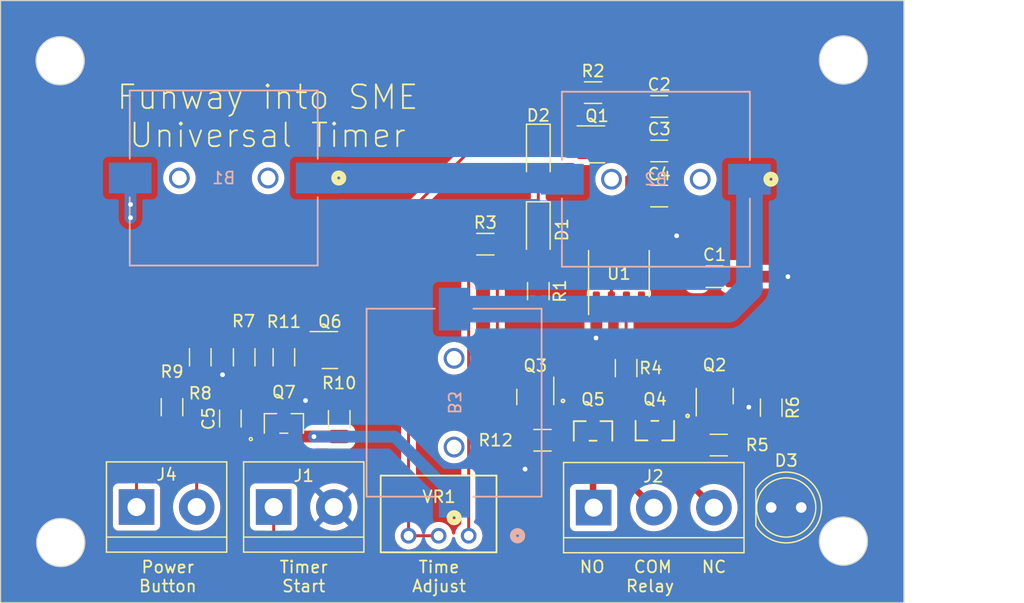
<source format=kicad_pcb>
(kicad_pcb (version 20221018) (generator pcbnew)
  (layers (0 "F.Cu" signal) (31 "B.Cu" signal) (34 "B.Paste" user) (35 "F.Paste" user) (36 "B.SilkS" user "B.Silkscreen") (37 "F.SilkS" user "F.Silkscreen") (38 "B.Mask" user) (39 "F.Mask" user) (44 "Edge.Cuts" user))
  (net 0 "")
  (net 1 "Net-(B1-Pad1)")
  (net 2 "9V")
  (net 3 "Net-(B2-Pad1)")
  (net 4 "GND")
  (net 5 "Net-(J1-Pin_1)")
  (net 6 "CRTGND")
  (net 7 "Net-(Q1-C)")
  (net 8 "Net-(U1-CV)")
  (net 9 "Net-(J4-Pin_1)")
  (net 10 "Net-(D1-K)")
  (net 11 "Net-(D2-K)")
  (net 12 "Net-(J2-Pin_1)")
  (net 13 "Net-(J2-Pin_2)")
  (net 14 "Net-(J2-Pin_3)")
  (net 15 "Net-(J4-Pin_2)")
  (net 16 "Net-(Q1-E)")
  (net 17 "Net-(Q2-B)")
  (net 18 "Net-(Q2-C)")
  (net 19 "Net-(Q6-B)")
  (net 20 "Net-(Q6-C)")
  (net 21 "Net-(VR1-CCW)")
  (net 22 "Net-(U1-Q)")
  (net 23 "Net-(Q3-E)")
  (net 24 "Net-(D3-K)")
  (footprint "Capacitor_SMD:C_1206_3216Metric" (layer "F.Cu") (at 238.4425 114.6175)
    (fp_text reference "C2" (at 0 -1.85) (layer "F.SilkS"))
    (fp_text value "47uF")
    (fp_line (start -0.711252 -0.91) (end 0.711252 -0.91) (stroke (width 0.12)) (layer "F.SilkS"))
    (fp_line (start -0.711252 0.91) (end 0.711252 0.91) (stroke (width 0.12)) (layer "F.SilkS"))
    (pad "1" smd roundrect (at -1.475 0) (size 1.15 1.8) (layers "F.Cu" "F.Paste" "F.Mask") (roundrect_rratio 0.2173913043) (net 7 "Net-(Q1-C)"))
    (pad "2" smd roundrect (at 1.475 0) (size 1.15 1.8) (layers "F.Cu" "F.Paste" "F.Mask") (roundrect_rratio 0.2173913043) (net 6 "CRTGND"))
  )
  (footprint "Resistor_SMD:R_1206_3216Metric" (layer "F.Cu") (at 199.6821 135.8011 -90)
    (fp_text reference "R8" (at 3.048 0) (layer "F.SilkS"))
    (fp_text value "1M")
    (fp_line (start -0.727064 -0.91) (end 0.727064 -0.91) (stroke (width 0.12)) (layer "F.SilkS"))
    (fp_line (start -0.727064 0.91) (end 0.727064 0.91) (stroke (width 0.12)) (layer "F.SilkS"))
    (pad "1" smd roundrect (at -1.4625 0 270) (size 1.125 1.75) (layers "F.Cu" "F.Paste" "F.Mask") (roundrect_rratio 0.2222222222) (net 9 "Net-(J4-Pin_1)"))
    (pad "2" smd roundrect (at 1.4625 0 270) (size 1.125 1.75) (layers "F.Cu" "F.Paste" "F.Mask") (roundrect_rratio 0.2222222222) (net 6 "CRTGND"))
  )
  (footprint "Resistor_SMD:R_1206_3216Metric" (layer "F.Cu") (at 206.7433 135.8011 90)
    (fp_text reference "R11" (at 2.9972 0 180) (layer "F.SilkS"))
    (fp_text value "10k")
    (fp_line (start -0.727064 -0.91) (end 0.727064 -0.91) (stroke (width 0.12)) (layer "F.SilkS"))
    (fp_line (start -0.727064 0.91) (end 0.727064 0.91) (stroke (width 0.12)) (layer "F.SilkS"))
    (pad "1" smd roundrect (at -1.4625 0 90) (size 1.125 1.75) (layers "F.Cu" "F.Paste" "F.Mask") (roundrect_rratio 0.2222222222) (net 6 "CRTGND"))
    (pad "2" smd roundrect (at 1.4625 0 90) (size 1.125 1.75) (layers "F.Cu" "F.Paste" "F.Mask") (roundrect_rratio 0.2222222222) (net 2 "9V"))
  )
  (footprint "Package_TO_SOT_SMD:SOT-23" (layer "F.Cu") (at 210.6318 135.1915)
    (fp_text reference "Q6" (at 0 -2.4) (layer "F.SilkS"))
    (fp_text value "BC858")
    (fp_line (start 0 -1.56) (end -1.675 -1.56) (stroke (width 0.12)) (layer "F.SilkS"))
    (fp_line (start 0 -1.56) (end 0.65 -1.56) (stroke (width 0.12)) (layer "F.SilkS"))
    (fp_line (start 0 1.56) (end -0.65 1.56) (stroke (width 0.12)) (layer "F.SilkS"))
    (fp_line (start 0 1.56) (end 0.65 1.56) (stroke (width 0.12)) (layer "F.SilkS"))
    (pad "1" smd roundrect (at -0.9375 -0.95) (size 1.475 0.6) (layers "F.Cu" "F.Paste" "F.Mask") (net 19 "Net-(Q6-B)"))
    (pad "2" smd roundrect (at -0.9375 0.95) (size 1.475 0.6) (layers "F.Cu" "F.Paste" "F.Mask") (net 2 "9V"))
    (pad "3" smd roundrect (at 0.9375 0) (size 1.475 0.6) (layers "F.Cu" "F.Paste" "F.Mask") (net 20 "Net-(Q6-C)"))
  )
  (footprint "Resistor_SMD:R_1206_3216Metric" (layer "F.Cu") (at 203.3905 135.8011 90)
    (fp_text reference "R7" (at 3.048 -0.0508 180) (layer "F.SilkS"))
    (fp_text value "100k")
    (fp_line (start -0.727064 -0.91) (end 0.727064 -0.91) (stroke (width 0.12)) (layer "F.SilkS"))
    (fp_line (start -0.727064 0.91) (end 0.727064 0.91) (stroke (width 0.12)) (layer "F.SilkS"))
    (pad "1" smd roundrect (at -1.4625 0 90) (size 1.125 1.75) (layers "F.Cu" "F.Paste" "F.Mask") (roundrect_rratio 0.2222222222) (net 6 "CRTGND"))
    (pad "2" smd roundrect (at 1.4625 0 90) (size 1.125 1.75) (layers "F.Cu" "F.Paste" "F.Mask") (roundrect_rratio 0.2222222222) (net 19 "Net-(Q6-B)"))
  )
  (footprint "Package_SO:SOIC-8_3.9x4.9mm_P1.27mm" (layer "F.Cu") (at 235.0389 128.7399 90)
    (fp_text reference "U1" (at 0 0 180) (layer "F.SilkS"))
    (fp_text value "NE555D")
    (fp_line (start 0 -2.56) (end -3.45 -2.56) (stroke (width 0.12)) (layer "F.SilkS"))
    (fp_line (start 0 -2.56) (end 1.95 -2.56) (stroke (width 0.12)) (layer "F.SilkS"))
    (fp_line (start 0 2.56) (end -1.95 2.56) (stroke (width 0.12)) (layer "F.SilkS"))
    (fp_line (start 0 2.56) (end 1.95 2.56) (stroke (width 0.12)) (layer "F.SilkS"))
    (pad "1" smd roundrect (at -2.475 -1.905 90) (size 1.95 0.6) (layers "F.Cu" "F.Paste" "F.Mask") (net 6 "CRTGND"))
    (pad "2" smd roundrect (at -2.475 -0.635 90) (size 1.95 0.6) (layers "F.Cu" "F.Paste" "F.Mask") (net 5 "Net-(J1-Pin_1)"))
    (pad "3" smd roundrect (at -2.475 0.635 90) (size 1.95 0.6) (layers "F.Cu" "F.Paste" "F.Mask") (net 22 "Net-(U1-Q)"))
    (pad "4" smd roundrect (at -2.475 1.905 90) (size 1.95 0.6) (layers "F.Cu" "F.Paste" "F.Mask") (net 2 "9V"))
    (pad "5" smd roundrect (at 2.475 1.905 90) (size 1.95 0.6) (layers "F.Cu" "F.Paste" "F.Mask") (net 8 "Net-(U1-CV)"))
    (pad "6" smd roundrect (at 2.475 0.635 90) (size 1.95 0.6) (layers "F.Cu" "F.Paste" "F.Mask") (net 7 "Net-(Q1-C)"))
    (pad "7" smd roundrect (at 2.475 -0.635 90) (size 1.95 0.6) (layers "F.Cu" "F.Paste" "F.Mask") (net 7 "Net-(Q1-C)"))
    (pad "8" smd roundrect (at 2.475 -1.905 90) (size 1.95 0.6) (layers "F.Cu" "F.Paste" "F.Mask") (net 2 "9V"))
  )
  (footprint "TerminalBlock:TerminalBlock_bornier-3_P5.08mm" (layer "F.Cu") (at 232.9053 148.5011)
    (fp_text reference "J2" (at 5.05 -2.6416) (layer "F.SilkS"))
    (fp_text value "Relay Out")
    (fp_line (start -2.54 -3.81) (end 12.7 -3.81) (stroke (width 0.12)) (layer "F.SilkS"))
    (fp_line (start -2.54 2.54) (end 12.7 2.54) (stroke (width 0.12)) (layer "F.SilkS"))
    (fp_line (start -2.54 3.81) (end -2.54 -3.81) (stroke (width 0.12)) (layer "F.SilkS"))
    (fp_line (start -2.54 3.81) (end 12.7 3.81) (stroke (width 0.12)) (layer "F.SilkS"))
    (fp_line (start 12.7 3.81) (end 12.7 -3.81) (stroke (width 0.12)) (layer "F.SilkS"))
    (pad "1" thru_hole rect (at 0 0) (size 3 3) (drill 1.52) (layers "*.Cu" "*.Mask") (net 12 "Net-(J2-Pin_1)"))
    (pad "2" thru_hole circle (at 5.08 0) (size 3 3) (drill 1.52) (layers "*.Cu" "*.Mask") (net 13 "Net-(J2-Pin_2)"))
    (pad "3" thru_hole circle (at 10.16 0) (size 3 3) (drill 1.52) (layers "*.Cu" "*.Mask") (net 14 "Net-(J2-Pin_3)"))
  )
  (footprint "Package_TO_SOT_SMD:SOT-23" (layer "F.Cu") (at 227.9777 139.1539 -90)
    (fp_text reference "Q3" (at -2.6416 0 -180) (layer "F.SilkS"))
    (fp_text value "BC848")
    (fp_line (start 0 -1.56) (end -1.675 -1.56) (stroke (width 0.12)) (layer "F.SilkS"))
    (fp_line (start 0 -1.56) (end 0.65 -1.56) (stroke (width 0.12)) (layer "F.SilkS"))
    (fp_line (start 0 1.56) (end -0.65 1.56) (stroke (width 0.12)) (layer "F.SilkS"))
    (fp_line (start 0 1.56) (end 0.65 1.56) (stroke (width 0.12)) (layer "F.SilkS"))
    (pad "1" smd roundrect (at -0.9375 -0.95 270) (size 1.475 0.6) (layers "F.Cu" "F.Paste" "F.Mask") (net 17 "Net-(Q2-B)"))
    (pad "2" smd roundrect (at -0.9375 0.95 270) (size 1.475 0.6) (layers "F.Cu" "F.Paste" "F.Mask") (net 23 "Net-(Q3-E)"))
    (pad "3" smd roundrect (at 0.9375 0 270) (size 1.475 0.6) (layers "F.Cu" "F.Paste" "F.Mask") (net 2 "9V"))
  )
  (footprint "TerminalBlock:TerminalBlock_bornier-2_P5.08mm" (layer "F.Cu") (at 194.2973 148.4503)
    (fp_text reference "J4" (at 2.54 -2.7432) (layer "F.SilkS"))
    (fp_text value "On/Off")
    (fp_line (start -2.54 -3.81) (end -2.54 3.81) (stroke (width 0.12)) (layer "F.SilkS"))
    (fp_line (start -2.54 3.81) (end 7.62 3.81) (stroke (width 0.12)) (layer "F.SilkS"))
    (fp_line (start 7.62 -3.81) (end -2.54 -3.81) (stroke (width 0.12)) (layer "F.SilkS"))
    (fp_line (start 7.62 2.54) (end -2.54 2.54) (stroke (width 0.12)) (layer "F.SilkS"))
    (fp_line (start 7.62 3.81) (end 7.62 -3.81) (stroke (width 0.12)) (layer "F.SilkS"))
    (pad "1" thru_hole rect (at 0 0) (size 3 3) (drill 1.52) (layers "*.Cu" "*.Mask") (net 9 "Net-(J4-Pin_1)"))
    (pad "2" thru_hole circle (at 5.08 0) (size 3 3) (drill 1.52) (layers "*.Cu" "*.Mask") (net 15 "Net-(J4-Pin_2)"))
  )
  (footprint "Capacitor_SMD:C_1206_3216Metric" (layer "F.Cu") (at 243.1161 128.9939)
    (fp_text reference "C1" (at 0 -1.85) (layer "F.SilkS"))
    (fp_text value ".01uF")
    (fp_line (start -0.711252 -0.91) (end 0.711252 -0.91) (stroke (width 0.12)) (layer "F.SilkS"))
    (fp_line (start -0.711252 0.91) (end 0.711252 0.91) (stroke (width 0.12)) (layer "F.SilkS"))
    (pad "1" smd roundrect (at -1.475 0) (size 1.15 1.8) (layers "F.Cu" "F.Paste" "F.Mask") (roundrect_rratio 0.2173913043) (net 5 "Net-(J1-Pin_1)"))
    (pad "2" smd roundrect (at 1.475 0) (size 1.15 1.8) (layers "F.Cu" "F.Paste" "F.Mask") (roundrect_rratio 0.2173913043) (net 6 "CRTGND"))
  )
  (footprint "LED_THT:LED_D5.0mm_IRGrey" (layer "F.Cu") (at 247.899 148.4884)
    (fp_text reference "D3" (at 1.27 -3.96) (layer "F.SilkS"))
    (fp_text value "LD271")
    (fp_line (start -1.29 -1.545) (end -1.29 1.545) (stroke (width 0.12)) (layer "F.SilkS"))
    (fp_arc (start -1.29 -1.54483) (mid 2.072002 -2.880433) (end 4.26 0.000462) (stroke (width 0.12)) (layer "F.SilkS"))
    (fp_arc (start 4.26 -0.000462) (mid 2.072002 2.880433) (end -1.29 1.54483) (stroke (width 0.12)) (layer "F.SilkS"))
    (fp_circle (center 1.27 0) (end 3.77 0) (stroke (width 0.12)) (fill none) (layer "F.SilkS"))
    (pad "1" thru_hole rect (at 0 0) (size 1.8 1.8) (drill 0.9) (layers "*.Cu" "*.Mask") (net 24 "Net-(D3-K)"))
    (pad "2" thru_hole circle (at 2.54 0) (size 1.8 1.8) (drill 0.9) (layers "*.Cu" "*.Mask") (net 2 "9V"))
  )
  (footprint "Resistor_SMD:R_1206_3216Metric" (layer "F.Cu") (at 235.6485 136.7155 -90)
    (fp_text reference "R4" (at 0 -2.0828 -180) (layer "F.SilkS"))
    (fp_text value "10k")
    (fp_line (start -0.727064 -0.91) (end 0.727064 -0.91) (stroke (width 0.12)) (layer "F.SilkS"))
    (fp_line (start -0.727064 0.91) (end 0.727064 0.91) (stroke (width 0.12)) (layer "F.SilkS"))
    (pad "1" smd roundrect (at -1.4625 0 270) (size 1.125 1.75) (layers "F.Cu" "F.Paste" "F.Mask") (roundrect_rratio 0.2222222222) (net 22 "Net-(U1-Q)"))
    (pad "2" smd roundrect (at 1.4625 0 270) (size 1.125 1.75) (layers "F.Cu" "F.Paste" "F.Mask") (roundrect_rratio 0.2222222222) (net 17 "Net-(Q2-B)"))
  )
  (footprint "Capacitor_SMD:C_1206_3216Metric" (layer "F.Cu") (at 238.4425 122.1867)
    (fp_text reference "C4" (at 0 -1.85) (layer "F.SilkS"))
    (fp_text value ".01uF")
    (fp_line (start -0.711252 -0.91) (end 0.711252 -0.91) (stroke (width 0.12)) (layer "F.SilkS"))
    (fp_line (start -0.711252 0.91) (end 0.711252 0.91) (stroke (width 0.12)) (layer "F.SilkS"))
    (pad "1" smd roundrect (at -1.475 0) (size 1.15 1.8) (layers "F.Cu" "F.Paste" "F.Mask") (roundrect_rratio 0.2173913043) (net 8 "Net-(U1-CV)"))
    (pad "2" smd roundrect (at 1.475 0) (size 1.15 1.8) (layers "F.Cu" "F.Paste" "F.Mask") (roundrect_rratio 0.2173913043) (net 6 "CRTGND"))
  )
  (footprint "3310C-001-105L:IC3_3310C-001-105L_BRN" (layer "F.Cu") (at 222.3516 150.876 180)
    (fp_text reference "VR1" (at 2.5019 3.2893 unlocked) (layer "F.SilkS"))
    (fp_text value "1 Meg" hide)
    (fp_circle (center -4.1275 0) (end -3.7465 0) (stroke (width 0.508)) (fill none) (layer "B.SilkS"))
    (fp_line (start -2.3495 -1.397) (end -2.3495 5.08) (stroke (width 0.1524)) (layer "F.SilkS"))
    (fp_line (start -2.3495 5.08) (end 7.4295 5.08) (stroke (width 0.1524)) (layer "F.SilkS"))
    (fp_line (start 7.4295 -1.397) (end -2.3495 -1.397) (stroke (width 0.1524)) (layer "F.SilkS"))
    (fp_line (start 7.4295 5.08) (end 7.4295 -1.397) (stroke (width 0.1524)) (layer "F.SilkS"))
    (fp_circle (center -4.1275 0) (end -3.7465 0) (stroke (width 0.508)) (fill none) (layer "F.SilkS"))
    (pad "1" thru_hole circle (at 0 0 180) (size 1.3208 1.3208) (drill 0.8128) (layers "*.Cu" "*.Mask") (net 21 "Net-(VR1-CCW)"))
    (pad "2" thru_hole circle (at 2.54 0 180) (size 1.3208 1.3208) (drill 0.8128) (layers "*.Cu" "*.Mask") (net 16 "Net-(Q1-E)"))
    (pad "3" thru_hole circle (at 5.08 0 180) (size 1.3208 1.3208) (drill 0.8128) (layers "*.Cu" "*.Mask") (net 16 "Net-(Q1-E)"))
  )
  (footprint "Diode_SMD:D_SOD-123" (layer "F.Cu") (at 228.2317 125.0315 -90)
    (fp_text reference "D1" (at 0 -2 90) (layer "F.SilkS"))
    (fp_text value "1N4448W")
    (fp_line (start -2.36 -1) (end -2.36 1) (stroke (width 0.12)) (layer "F.SilkS"))
    (fp_line (start -2.36 -1) (end 1.65 -1) (stroke (width 0.12)) (layer "F.SilkS"))
    (fp_line (start -2.36 1) (end 1.65 1) (stroke (width 0.12)) (layer "F.SilkS"))
    (pad "1" smd roundrect (at -1.65 0 270) (size 0.9 1.2) (layers "F.Cu" "F.Paste" "F.Mask") (net 10 "Net-(D1-K)"))
    (pad "2" smd roundrect (at 1.65 0 270) (size 0.9 1.2) (layers "F.Cu" "F.Paste" "F.Mask") (net 2 "9V"))
  )
  (footprint "Resistor_SMD:R_1206_3216Metric" (layer "F.Cu") (at 197.2945 140.0175 90)
    (fp_text reference "R9" (at 2.9972 0 180) (layer "F.SilkS"))
    (fp_text value "10k")
    (fp_line (start -0.727064 -0.91) (end 0.727064 -0.91) (stroke (width 0.12)) (layer "F.SilkS"))
    (fp_line (start -0.727064 0.91) (end 0.727064 0.91) (stroke (width 0.12)) (layer "F.SilkS"))
    (pad "1" smd roundrect (at -1.4625 0 90) (size 1.125 1.75) (layers "F.Cu" "F.Paste" "F.Mask") (roundrect_rratio 0.2222222222) (net 15 "Net-(J4-Pin_2)"))
    (pad "2" smd roundrect (at 1.4625 0 90) (size 1.125 1.75) (layers "F.Cu" "F.Paste" "F.Mask") (roundrect_rratio 0.2222222222) (net 20 "Net-(Q6-C)"))
  )
  (footprint "Capacitor_SMD:C_1206_3216Metric" (layer "F.Cu") (at 202.2221 140.9827 90)
    (fp_text reference "C5" (at 0 -1.85 90) (layer "F.SilkS"))
    (fp_text value "330nF-1206-50V-10%")
    (fp_line (start -0.711252 -0.91) (end 0.711252 -0.91) (stroke (width 0.12)) (layer "F.SilkS"))
    (fp_line (start -0.711252 0.91) (end 0.711252 0.91) (stroke (width 0.12)) (layer "F.SilkS"))
    (pad "1" smd roundrect (at -1.475 0 90) (size 1.15 1.8) (layers "F.Cu" "F.Paste" "F.Mask") (roundrect_rratio 0.2173913043) (net 4 "GND"))
    (pad "2" smd roundrect (at 1.475 0 90) (size 1.15 1.8) (layers "F.Cu" "F.Paste" "F.Mask") (roundrect_rratio 0.2173913043) (net 9 "Net-(J4-Pin_1)"))
  )
  (footprint "Capacitor_SMD:C_1206_3216Metric" (layer "F.Cu") (at 238.4425 118.3767)
    (fp_text reference "C3" (at 0 -1.85) (layer "F.SilkS"))
    (fp_text value "47uF")
    (fp_line (start -0.711252 -0.91) (end 0.711252 -0.91) (stroke (width 0.12)) (layer "F.SilkS"))
    (fp_line (start -0.711252 0.91) (end 0.711252 0.91) (stroke (width 0.12)) (layer "F.SilkS"))
    (pad "1" smd roundrect (at -1.475 0) (size 1.15 1.8) (layers "F.Cu" "F.Paste" "F.Mask") (roundrect_rratio 0.2173913043) (net 7 "Net-(Q1-C)"))
    (pad "2" smd roundrect (at 1.475 0) (size 1.15 1.8) (layers "F.Cu" "F.Paste" "F.Mask") (roundrect_rratio 0.2173913043) (net 6 "CRTGND"))
  )
  (footprint "Resistor_SMD:R_1206_3216Metric" (layer "F.Cu") (at 232.8545 113.4491)
    (fp_text reference "R2" (at 0 -1.82) (layer "F.SilkS"))
    (fp_text value "6k8")
    (fp_line (start -0.727064 -0.91) (end 0.727064 -0.91) (stroke (width 0.12)) (layer "F.SilkS"))
    (fp_line (start -0.727064 0.91) (end 0.727064 0.91) (stroke (width 0.12)) (layer "F.SilkS"))
    (pad "1" smd roundrect (at -1.4625 0) (size 1.125 1.75) (layers "F.Cu" "F.Paste" "F.Mask") (roundrect_rratio 0.2222222222) (net 6 "CRTGND"))
    (pad "2" smd roundrect (at 1.4625 0) (size 1.125 1.75) (layers "F.Cu" "F.Paste" "F.Mask") (roundrect_rratio 0.2222222222) (net 11 "Net-(D2-K)"))
  )
  (footprint "Diode_SMD:D_SOD-123" (layer "F.Cu") (at 228.2317 118.4783 -90)
    (fp_text reference "D2" (at -3.0988 0 -180) (layer "F.SilkS"))
    (fp_text value "1N4448W")
    (fp_line (start -2.36 -1) (end -2.36 1) (stroke (width 0.12)) (layer "F.SilkS"))
    (fp_line (start -2.36 -1) (end 1.65 -1) (stroke (width 0.12)) (layer "F.SilkS"))
    (fp_line (start -2.36 1) (end 1.65 1) (stroke (width 0.12)) (layer "F.SilkS"))
    (pad "1" smd roundrect (at -1.65 0 270) (size 0.9 1.2) (layers "F.Cu" "F.Paste" "F.Mask") (net 11 "Net-(D2-K)"))
    (pad "2" smd roundrect (at 1.65 0 270) (size 0.9 1.2) (layers "F.Cu" "F.Paste" "F.Mask") (net 10 "Net-(D1-K)"))
  )
  (footprint "Si2342DS:SI2342DS-T1-GE3" (layer "F.Cu") (at 206.7433 141.3891)
    (fp_text reference "Q7" (at 0 -2.6416) (layer "F.SilkS"))
    (fp_text value "SI2338DS" hide)
    (fp_line (start -1.651 -0.8255) (end -1.651 0.8255) (stroke (width 0.12)) (layer "F.SilkS"))
    (fp_line (start -0.61674 -0.8255) (end -1.651 -0.8255) (stroke (width 0.12)) (layer "F.SilkS"))
    (fp_line (start -0.333261 0.8255) (end 0.333261 0.8255) (stroke (width 0.12)) (layer "F.SilkS"))
    (fp_line (start 1.651 -0.8255) (end 0.61674 -0.8255) (stroke (width 0.12)) (layer "F.SilkS"))
    (fp_line (start 1.651 0.8255) (end 1.651 -0.8255) (stroke (width 0.12)) (layer "F.SilkS"))
    (fp_circle (center -2.794 1.3208) (end -2.667 1.3208) (stroke (width 0.12)) (fill none) (layer "F.SilkS"))
    (pad "1" smd rect (at -0.950001 1.016) (size 0.568 1.309599) (layers "F.Cu" "F.Paste" "F.Mask") (net 15 "Net-(J4-Pin_2)"))
    (pad "2" smd rect (at 0.950001 1.016) (size 0.568 1.309599) (layers "F.Cu" "F.Paste" "F.Mask") (net 4 "GND"))
    (pad "3" smd rect (at 0 -1.016) (size 0.568 1.309599) (layers "F.Cu" "F.Paste" "F.Mask") (net 6 "CRTGND"))
  )
  (footprint "Resistor_SMD:R_1206_3216Metric" (layer "F.Cu") (at 247.904 140.0556 -90)
    (fp_text reference "R6" (at 0 -1.82 90) (layer "F.SilkS"))
    (fp_text value "360R")
    (fp_line (start -0.727064 -0.91) (end 0.727064 -0.91) (stroke (width 0.12)) (layer "F.SilkS"))
    (fp_line (start -0.727064 0.91) (end 0.727064 0.91) (stroke (width 0.12)) (layer "F.SilkS"))
    (pad "1" smd roundrect (at -1.4625 0 270) (size 1.125 1.75) (layers "F.Cu" "F.Paste" "F.Mask") (roundrect_rratio 0.2222222222) (net 6 "CRTGND"))
    (pad "2" smd roundrect (at 1.4625 0 270) (size 1.125 1.75) (layers "F.Cu" "F.Paste" "F.Mask") (roundrect_rratio 0.2222222222) (net 24 "Net-(D3-K)"))
  )
  (footprint "DMN2004K-7:SOT23_DIO" (layer "F.Cu") (at 232.855099 142.0241)
    (fp_text reference "Q5" (at 0 -2.667 unlocked) (layer "F.SilkS"))
    (fp_text value "DMN2004K-7" hide)
    (fp_line (start -1.6256 -0.8255) (end -1.6256 0.8255) (stroke (width 0.1524)) (layer "F.SilkS"))
    (fp_line (start -0.61674 -0.8255) (end -1.6256 -0.8255) (stroke (width 0.1524)) (layer "F.SilkS"))
    (fp_line (start -0.298259 0.8255) (end 0.298259 0.8255) (stroke (width 0.1524)) (layer "F.SilkS"))
    (fp_line (start 1.6256 -0.8255) (end 0.61674 -0.8255) (stroke (width 0.1524)) (layer "F.SilkS"))
    (fp_line (start 1.6256 0.8255) (end 1.6256 -0.8255) (stroke (width 0.1524)) (layer "F.SilkS"))
    (fp_circle (center -2.54 -2.54) (end -2.413 -2.54) (stroke (width 0.1524)) (fill none) (layer "F.SilkS"))
    (pad "1" smd rect (at -0.914999 0.9398) (size 0.568 1.309599) (layers "F.Cu" "F.Paste" "F.Mask") (net 23 "Net-(Q3-E)"))
    (pad "2" smd rect (at 0.914999 0.9398) (size 0.568 1.309599) (layers "F.Cu" "F.Paste" "F.Mask") (net 13 "Net-(J2-Pin_2)"))
    (pad "3" smd rect (at 0 -0.9398) (size 0.568 1.309599) (layers "F.Cu" "F.Paste" "F.Mask") (net 12 "Net-(J2-Pin_1)"))
  )
  (footprint "TerminalBlock:TerminalBlock_bornier-2_P5.08mm" (layer "F.Cu") (at 205.8797 148.4503)
    (fp_text reference "J1" (at 2.54 -2.6416) (layer "F.SilkS"))
    (fp_text value "Timer Start")
    (fp_line (start -2.54 -3.81) (end -2.54 3.81) (stroke (width 0.12)) (layer "F.SilkS"))
    (fp_line (start -2.54 3.81) (end 7.62 3.81) (stroke (width 0.12)) (layer "F.SilkS"))
    (fp_line (start 7.62 -3.81) (end -2.54 -3.81) (stroke (width 0.12)) (layer "F.SilkS"))
    (fp_line (start 7.62 2.54) (end -2.54 2.54) (stroke (width 0.12)) (layer "F.SilkS"))
    (fp_line (start 7.62 3.81) (end 7.62 -3.81) (stroke (width 0.12)) (layer "F.SilkS"))
    (pad "1" thru_hole rect (at 0 0) (size 3 3) (drill 1.52) (layers "*.Cu" "*.Mask") (net 5 "Net-(J1-Pin_1)"))
    (pad "2" thru_hole circle (at 5.08 0) (size 3 3) (drill 1.52) (layers "*.Cu" "*.Mask") (net 6 "CRTGND"))
  )
  (footprint "Resistor_SMD:R_1206_3216Metric" (layer "F.Cu") (at 228.2317 130.2131 -90)
    (fp_text reference "R1" (at 0 -1.82 90) (layer "F.SilkS"))
    (fp_text value "10k")
    (fp_line (start -0.727064 -0.91) (end 0.727064 -0.91) (stroke (width 0.12)) (layer "F.SilkS"))
    (fp_line (start -0.727064 0.91) (end 0.727064 0.91) (stroke (width 0.12)) (layer "F.SilkS"))
    (pad "1" smd roundrect (at -1.4625 0 270) (size 1.125 1.75) (layers "F.Cu" "F.Paste" "F.Mask") (roundrect_rratio 0.2222222222) (net 5 "Net-(J1-Pin_1)"))
    (pad "2" smd roundrect (at 1.4625 0 270) (size 1.125 1.75) (layers "F.Cu" "F.Paste" "F.Mask") (roundrect_rratio 0.2222222222) (net 2 "9V"))
  )
  (footprint "Package_TO_SOT_SMD:SOT-23" (layer "F.Cu") (at 243.1313 139.08 90)
    (fp_text reference "Q2" (at 2.6185 -0.0152 180) (layer "F.SilkS"))
    (fp_text value "BC848" hide)
    (fp_line (start 0 -1.56) (end -1.675 -1.56) (stroke (width 0.12)) (layer "F.SilkS"))
    (fp_line (start 0 -1.56) (end 0.65 -1.56) (stroke (width 0.12)) (layer "F.SilkS"))
    (fp_line (start 0 1.56) (end -0.65 1.56) (stroke (width 0.12)) (layer "F.SilkS"))
    (fp_line (start 0 1.56) (end 0.65 1.56) (stroke (width 0.12)) (layer "F.SilkS"))
    (pad "1" smd roundrect (at -0.9375 -0.95 90) (size 1.475 0.6) (layers "F.Cu" "F.Paste" "F.Mask") (net 17 "Net-(Q2-B)"))
    (pad "2" smd roundrect (at -0.9375 0.95 90) (size 1.475 0.6) (layers "F.Cu" "F.Paste" "F.Mask") (net 6 "CRTGND"))
    (pad "3" smd roundrect (at 0.9375 0 90) (size 1.475 0.6) (layers "F.Cu" "F.Paste" "F.Mask") (net 18 "Net-(Q2-C)"))
  )
  (footprint "Resistor_SMD:R_1206_3216Metric" (layer "F.Cu") (at 211.4169 141.0335 90)
    (fp_text reference "R10" (at 3.048 0 180) (layer "F.SilkS"))
    (fp_text value "10k")
    (fp_line (start -0.727064 -0.91) (end 0.727064 -0.91) (stroke (width 0.12)) (layer "F.SilkS"))
    (fp_line (start -0.727064 0.91) (end 0.727064 0.91) (stroke (width 0.12)) (layer "F.SilkS"))
    (pad "1" smd roundrect (at -1.4625 0 90) (size 1.125 1.75) (layers "F.Cu" "F.Paste" "F.Mask") (roundrect_rratio 0.2222222222) (net 4 "GND"))
    (pad "2" smd roundrect (at 1.4625 0 90) (size 1.125 1.75) (layers "F.Cu" "F.Paste" "F.Mask") (roundrect_rratio 0.2222222222) (net 20 "Net-(Q6-C)"))
  )
  (footprint "Package_TO_SOT_SMD:SOT-23" (layer "F.Cu") (at 233.187 117.8179)
    (fp_text reference "Q1" (at 0 -2.4) (layer "F.SilkS"))
    (fp_text value "BC858")
    (fp_line (start 0 -1.56) (end -1.675 -1.56) (stroke (width 0.12)) (layer "F.SilkS"))
    (fp_line (start 0 -1.56) (end 0.65 -1.56) (stroke (width 0.12)) (layer "F.SilkS"))
    (fp_line (start 0 1.56) (end -0.65 1.56) (stroke (width 0.12)) (layer "F.SilkS"))
    (fp_line (start 0 1.56) (end 0.65 1.56) (stroke (width 0.12)) (layer "F.SilkS"))
    (pad "1" smd roundrect (at -0.9375 -0.95) (size 1.475 0.6) (layers "F.Cu" "F.Paste" "F.Mask") (net 11 "Net-(D2-K)"))
    (pad "2" smd roundrect (at -0.9375 0.95) (size 1.475 0.6) (layers "F.Cu" "F.Paste" "F.Mask") (net 16 "Net-(Q1-E)"))
    (pad "3" smd roundrect (at 0.9375 0) (size 1.475 0.6) (layers "F.Cu" "F.Paste" "F.Mask") (net 7 "Net-(Q1-C)"))
  )
  (footprint "Resistor_SMD:R_1206_3216Metric" (layer "F.Cu") (at 223.7613 126.2507)
    (fp_text reference "R3" (at 0 -1.82) (layer "F.SilkS"))
    (fp_text value "47k")
    (fp_line (start -0.727064 -0.91) (end 0.727064 -0.91) (stroke (width 0.12)) (layer "F.SilkS"))
    (fp_line (start -0.727064 0.91) (end 0.727064 0.91) (stroke (width 0.12)) (layer "F.SilkS"))
    (pad "1" smd roundrect (at -1.4625 0) (size 1.125 1.75) (layers "F.Cu" "F.Paste" "F.Mask") (roundrect_rratio 0.2222222222) (net 21 "Net-(VR1-CCW)"))
    (pad "2" smd roundrect (at 1.4625 0) (size 1.125 1.75) (layers "F.Cu" "F.Paste" "F.Mask") (roundrect_rratio 0.2222222222) (net 2 "9V"))
  )
  (footprint "Resistor_SMD:R_1206_3216Metric" (layer "F.Cu") (at 228.5873 142.8115)
    (fp_text reference "R12" (at -3.9624 0) (layer "F.SilkS"))
    (fp_text value "10k" hide)
    (fp_line (start -0.727064 -0.91) (end 0.727064 -0.91) (stroke (width 0.12)) (layer "F.SilkS"))
    (fp_line (start -0.727064 0.91) (end 0.727064 0.91) (stroke (width 0.12)) (layer "F.SilkS"))
    (pad "1" smd roundrect (at -1.4625 0) (size 1.125 1.75) (layers "F.Cu" "F.Paste" "F.Mask") (roundrect_rratio 0.2222222222) (net 6 "CRTGND"))
    (pad "2" smd roundrect (at 1.4625 0) (size 1.125 1.75) (layers "F.Cu" "F.Paste" "F.Mask") (roundrect_rratio 0.2222222222) (net 23 "Net-(Q3-E)"))
  )
  (footprint "DMN2004K-7:SOT23_DIO" (layer "F.Cu") (at 238.0742 141.9987 180)
    (fp_text reference "Q4" (at -0.0127 2.6416 unlocked) (layer "F.SilkS"))
    (fp_text value "DMN2004K-7" hide)
    (fp_line (start -1.6256 -0.8255) (end -1.6256 0.8255) (stroke (width 0.1524)) (layer "F.SilkS"))
    (fp_line (start -0.61674 -0.8255) (end -1.6256 -0.8255) (stroke (width 0.1524)) (layer "F.SilkS"))
    (fp_line (start -0.298259 0.8255) (end 0.298259 0.8255) (stroke (width 0.1524)) (layer "F.SilkS"))
    (fp_line (start 1.6256 -0.8255) (end 0.61674 -0.8255) (stroke (width 0.1524)) (layer "F.SilkS"))
    (fp_line (start 1.6256 0.8255) (end 1.6256 -0.8255) (stroke (width 0.1524)) (layer "F.SilkS"))
    (fp_circle (center -2.7686 1.2446) (end -2.6416 1.2446) (stroke (width 0.1524)) (fill none) (layer "F.SilkS"))
    (pad "1" smd rect (at -0.914999 0.9398 180) (size 0.568 1.309599) (layers "F.Cu" "F.Paste" "F.Mask") (net 18 "Net-(Q2-C)"))
    (pad "2" smd rect (at 0.914999 0.9398 180) (size 0.568 1.309599) (layers "F.Cu" "F.Paste" "F.Mask") (net 13 "Net-(J2-Pin_2)"))
    (pad "3" smd rect (at 0 -0.9398 180) (size 0.568 1.309599) (layers "F.Cu" "F.Paste" "F.Mask") (net 14 "Net-(J2-Pin_3)"))
  )
  (footprint "Resistor_SMD:R_1206_3216Metric" (layer "F.Cu") (at 243.4717 143.2179)
    (fp_text reference "R5" (at 3.2512 0) (layer "F.SilkS"))
    (fp_text value "10k" hide)
    (fp_line (start -0.727064 -0.91) (end 0.727064 -0.91) (stroke (width 0.12)) (layer "F.SilkS"))
    (fp_line (start -0.727064 0.91) (end 0.727064 0.91) (stroke (width 0.12)) (layer "F.SilkS"))
    (pad "1" smd roundrect (at -1.4625 0) (size 1.125 1.75) (layers "F.Cu" "F.Paste" "F.Mask") (roundrect_rratio 0.2222222222) (net 18 "Net-(Q2-C)"))
    (pad "2" smd roundrect (at 1.4625 0) (size 1.125 1.75) (layers "F.Cu" "F.Paste" "F.Mask") (roundrect_rratio 0.2222222222) (net 2 "9V"))
  )
  (footprint "CR1220 Holder:1048P_KEY" (layer "B.Cu") (at 221.1197 139.6365 90)
    (fp_text reference "B3" (at 0 0 270 unlocked) (layer "B.SilkS") (effects (justify mirror)))
    (fp_text value "1056TR" hide)
    (fp_line (start -7.9375 -7.3914) (end 7.9375 -7.3914) (stroke (width 0.1524)) (layer "B.SilkS"))
    (fp_line (start -7.9375 -1.62814) (end -7.9375 -7.3914) (stroke (width 0.1524)) (layer "B.SilkS"))
    (fp_line (start -7.9375 7.3914) (end -7.9375 1.62814) (stroke (width 0.1524)) (layer "B.SilkS"))
    (fp_line (start 7.9375 -7.3914) (end 7.9375 -1.62814) (stroke (width 0.1524)) (layer "B.SilkS"))
    (fp_line (start 7.9375 1.62814) (end 7.9375 7.3914) (stroke (width 0.1524)) (layer "B.SilkS"))
    (fp_line (start 7.9375 7.3914) (end -7.9375 7.3914) (stroke (width 0.1524)) (layer "B.SilkS"))
    (fp_circle (center -9.7155 0) (end -9.3345 0) (stroke (width 0.508)) (fill none) (layer "F.SilkS"))
    (pad "1" smd rect (at -7.8994 0 90) (size 3.6068 2.5908) (layers "B.Cu" "B.Paste" "B.Mask") (net 4 "GND"))
    (pad "2" smd rect (at 7.8994 0 90) (size 3.6068 2.5908) (layers "B.Cu" "B.Paste" "B.Mask") (net 3 "Net-(B2-Pad1)"))
    (pad "3" thru_hole circle (at -3.7465 0 90) (size 1.7526 1.7526) (drill 1.2446) (layers "*.Cu" "*.Mask"))
    (pad "4" thru_hole circle (at 3.7465 0 90) (size 1.7526 1.7526) (drill 1.2446) (layers "*.Cu" "*.Mask"))
  )
  (footprint "CR1220 Holder:1048P_KEY" (layer "B.Cu") (at 238.1631 120.7643 180)
    (fp_text reference "B2" (at 0 0 unlocked) (layer "B.SilkS") (effects (justify mirror)))
    (fp_text value "1056TR" hide)
    (fp_line (start -7.9375 -7.3914) (end 7.9375 -7.3914) (stroke (width 0.1524)) (layer "B.SilkS"))
    (fp_line (start -7.9375 -1.62814) (end -7.9375 -7.3914) (stroke (width 0.1524)) (layer "B.SilkS"))
    (fp_line (start -7.9375 7.3914) (end -7.9375 1.62814) (stroke (width 0.1524)) (layer "B.SilkS"))
    (fp_line (start 7.9375 -7.3914) (end 7.9375 -1.62814) (stroke (width 0.1524)) (layer "B.SilkS"))
    (fp_line (start 7.9375 1.62814) (end 7.9375 7.3914) (stroke (width 0.1524)) (layer "B.SilkS"))
    (fp_line (start 7.9375 7.3914) (end -7.9375 7.3914) (stroke (width 0.1524)) (layer "B.SilkS"))
    (fp_circle (center -9.7155 0) (end -9.3345 0) (stroke (width 0.508)) (fill none) (layer "F.SilkS"))
    (pad "1" smd rect (at -7.8994 0 180) (size 3.6068 2.5908) (layers "B.Cu" "B.Paste" "B.Mask") (net 3 "Net-(B2-Pad1)"))
    (pad "2" smd rect (at 7.8994 0 180) (size 3.6068 2.5908) (layers "B.Cu" "B.Paste" "B.Mask") (net 1 "Net-(B1-Pad1)"))
    (pad "3" thru_hole circle (at -3.7465 0 180) (size 1.7526 1.7526) (drill 1.2446) (layers "*.Cu" "*.Mask"))
    (pad "4" thru_hole circle (at 3.7465 0 180) (size 1.7526 1.7526) (drill 1.2446) (layers "*.Cu" "*.Mask"))
  )
  (footprint "CR1220 Holder:1048P_KEY" (layer "B.Cu") (at 201.6633 120.6627 180)
    (fp_text reference "B1" (at 0 0 unlocked) (layer "B.SilkS") (effects (justify mirror)))
    (fp_text value "1056TR" hide)
    (fp_line (start -7.9375 -7.3914) (end 7.9375 -7.3914) (stroke (width 0.1524)) (layer "B.SilkS"))
    (fp_line (start -7.9375 -1.62814) (end -7.9375 -7.3914) (stroke (width 0.1524)) (layer "B.SilkS"))
    (fp_line (start -7.9375 7.3914) (end -7.9375 1.62814) (stroke (width 0.1524)) (layer "B.SilkS"))
    (fp_line (start 7.9375 -7.3914) (end 7.9375 -1.62814) (stroke (width 0.1524)) (layer "B.SilkS"))
    (fp_line (start 7.9375 1.62814) (end 7.9375 7.3914) (stroke (width 0.1524)) (layer "B.SilkS"))
    (fp_line (start 7.9375 7.3914) (end -7.9375 7.3914) (stroke (width 0.1524)) (layer "B.SilkS"))
    (fp_circle (center -9.7155 0) (end -9.3345 0) (stroke (width 0.508)) (fill none) (layer "F.SilkS"))
    (pad "1" smd rect (at -7.8994 0 180) (size 3.6068 2.5908) (layers "B.Cu" "B.Paste" "B.Mask") (net 1 "Net-(B1-Pad1)"))
    (pad "2" smd rect (at 7.8994 0 180) (size 3.6068 2.5908) (layers "B.Cu" "B.Paste" "B.Mask") (net 2 "9V"))
    (pad "3" thru_hole circle (at -3.7465 0 180) (size 1.7526 1.7526) (drill 1.2446) (layers "*.Cu" "*.Mask"))
    (pad "4" thru_hole circle (at 3.7465 0 180) (size 1.7526 1.7526) (drill 1.2446) (layers "*.Cu" "*.Mask"))
  )
  (gr_circle (center 254 151.3332) (end 256.032 151.3332) (stroke (width 0.1)) (fill none) (layer "Edge.Cuts"))
  (gr_circle (center 187.8965 151.4475) (end 185.8645 151.4475) (stroke (width 0.1)) (fill none) (layer "Edge.Cuts"))
  (gr_circle (center 187.8457 110.7567) (end 189.8777 110.7567) (stroke (width 0.1)) (fill none) (layer "Edge.Cuts"))
  (gr_circle (center 254 110.6932) (end 251.968 110.6932) (stroke (width 0.1)) (fill none) (layer "Edge.Cuts"))
  (gr_rect (start 182.8165 105.6767) (end 259.1181 156.5275) (stroke (width 0.1)) (fill none) (layer "Edge.Cuts"))
  (gr_text "Power\nButton" (at 196.9389 155.7147) (layer "F.SilkS") (effects (font (size 1 1)) (justify bottom)))
  (gr_text "NC" (at 241.9477 154.0891) (layer "F.SilkS") (effects (font (size 1 1)) (justify left bottom)))
  (gr_text "NO" (at 231.6353 154.0891) (layer "F.SilkS") (effects (font (size 1 1)) (justify left bottom)))
  (gr_text "Relay" (at 235.5469 155.7147) (layer "F.SilkS") (effects (font (size 1 1)) (justify left bottom)))
  (gr_text "Time\nAdjust" (at 219.8497 155.7147) (layer "F.SilkS") (effects (font (size 1 1)) (justify bottom)))
  (gr_text "Funway into SME\nUniversal Timer" (at 205.3717 118.2243) (layer "F.SilkS") (effects (font (size 2 2)) (justify bottom)))
  (gr_text "Timer\nStart" (at 208.4197 155.7147) (layer "F.SilkS") (effects (font (size 1 1)) (justify bottom)))
  (gr_text "COM" (at 236.2073 154.0891) (layer "F.SilkS") (effects (font (size 1 1)) (justify left bottom)))
  (segment (start 230.1621 120.6627) (end 230.2637 120.7643) (width 0.25) (layer "B.Cu") (net 1))
  (segment (start 209.5627 120.6627) (end 230.1621 120.6627) (width 2.55) (layer "B.Cu") (net 1))
  (segment (start 227.9777 126.9355) (end 228.2317 126.6815) (width 0.25) (layer "F.Cu") (net 2))
  (via (at 193.7893 122.8979) (size 0.8) (drill 0.4) (layers "F.Cu" "B.Cu") (net 2))
  (via (at 193.7893 124.0155) (size 0.8) (drill 0.4) (layers "F.Cu" "B.Cu") (net 2))
  (segment (start 193.7893 122.8979) (end 193.7893 124.0155) (width 1) (layer "B.Cu") (net 2))
  (segment (start 193.7639 120.6627) (end 193.7893 122.8979) (width 1) (layer "B.Cu") (net 2))
  (segment (start 246.0625 120.7643) (end 246.0625 129.9591) (width 2.25) (layer "B.Cu") (net 3))
  (segment (start 244.2845 131.7371) (end 221.1197 131.7371) (width 2.25) (layer "B.Cu") (net 3))
  (segment (start 246.0625 129.9591) (end 244.2845 131.7371) (width 2.25) (layer "B.Cu") (net 3))
  (segment (start 207.784201 142.496) (end 207.693301 142.4051) (width 1) (layer "F.Cu") (net 4))
  (segment (start 211.4169 142.496) (end 209.294 142.496) (width 1) (layer "F.Cu") (net 4))
  (segment (start 203.524299 143.759899) (end 202.2221 142.4577) (width 1) (layer "F.Cu") (net 4))
  (segment (start 207.693301 142.4051) (end 207.693301 142.843897) (width 1) (layer "F.Cu") (net 4))
  (segment (start 209.2833 142.5067) (end 209.2726 142.496) (width 1) (layer "F.Cu") (net 4))
  (segment (start 209.294 142.496) (end 209.2833 142.5067) (width 1) (layer "F.Cu") (net 4))
  (segment (start 209.2726 142.496) (end 207.784201 142.496) (width 1) (layer "F.Cu") (net 4))
  (segment (start 206.777299 143.759899) (end 203.524299 143.759899) (width 1) (layer "F.Cu") (net 4))
  (segment (start 207.693301 142.843897) (end 206.777299 143.759899) (width 1) (layer "F.Cu") (net 4))
  (via (at 209.2833 142.5067) (size 0.8) (drill 0.4) (layers "F.Cu" "B.Cu") (net 4))
  (segment (start 221.1197 147.5359) (end 216.0905 142.5067) (width 1) (layer "B.Cu") (net 4))
  (segment (start 216.0905 142.5067) (end 209.2833 142.5067) (width 1) (layer "B.Cu") (net 4))
  (segment (start 234.9119 128.9939) (end 234.4039 129.5019) (width 0.25) (layer "F.Cu") (net 5))
  (segment (start 207.2005 153.1747) (end 205.8797 151.8539) (width 0.25) (layer "F.Cu") (net 5))
  (segment (start 205.8797 151.8539) (end 205.8797 148.4503) (width 0.25) (layer "F.Cu") (net 5))
  (segment (start 241.6411 128.9939) (end 234.9119 128.9939) (width 0.25) (layer "F.Cu") (net 5))
  (segment (start 224.7773 151.4983) (end 223.1009 153.1747) (width 0.25) (layer "F.Cu") (net 5))
  (segment (start 224.7773 129.2987) (end 224.7773 151.4983) (width 0.25) (layer "F.Cu") (net 5))
  (segment (start 234.4039 129.4765) (end 233.6673 128.7399) (width 0.25) (layer "F.Cu") (net 5))
  (segment (start 225.3361 128.7399) (end 224.7773 129.2987) (width 0.25) (layer "F.Cu") (net 5))
  (segment (start 223.1009 153.1747) (end 207.2005 153.1747) (width 0.25) (layer "F.Cu") (net 5))
  (segment (start 234.4039 129.5019) (end 234.4039 129.4765) (width 0.25) (layer "F.Cu") (net 5))
  (segment (start 233.6673 128.7399) (end 225.3361 128.7399) (width 0.25) (layer "F.Cu") (net 5))
  (segment (start 234.4039 129.5019) (end 234.4039 131.2149) (width 0.25) (layer "F.Cu") (net 5))
  (segment (start 246.0117 140.0175) (end 246.4796 140.0175) (width 1) (layer "F.Cu") (net 6))
  (segment (start 239.9175 114.6175) (end 239.9175 111.8761) (width 1) (layer "F.Cu") (net 6))
  (segment (start 233.1339 134.1501) (end 233.1339 131.2149) (width 1) (layer "F.Cu") (net 6))
  (segment (start 239.9175 125.5377) (end 239.9157 125.5395) (width 1) (layer "F.Cu") (net 6))
  (segment (start 239.9175 111.8761) (end 238.9505 110.9091) (width 1) (layer "F.Cu") (net 6))
  (segment (start 199.6821 137.2636) (end 206.7433 137.2636) (width 1) (layer "F.Cu") (net 6))
  (segment (start 244.5911 128.9939) (end 249.3137 128.9939) (width 1) (layer "F.Cu") (net 6))
  (segment (start 208.5721 139.4587) (end 207.6577 139.4587) (width 0.5) (layer "F.Cu") (net 6))
  (segment (start 246.4796 140.0175) (end 247.904 138.5931) (width 1) (layer "F.Cu") (net 6))
  (segment (start 227.1248 142.8115) (end 227.1248 145.1884) (width 1) (layer "F.Cu") (net 6))
  (segment (start 238.9505 110.9091) (end 231.9401 110.9091) (width 1) (layer "F.Cu") (net 6))
  (segment (start 231.3813 111.4679) (end 231.392 111.4786) (width 1) (layer "F.Cu") (net 6))
  (segment (start 233.1085 134.1755) (end 233.1339 134.1501) (width 0.5) (layer "F.Cu") (net 6))
  (segment (start 231.392 111.4786) (end 231.392 113.4491) (width 1) (layer "F.Cu") (net 6))
  (segment (start 239.9175 114.6175) (end 239.9175 125.5377) (width 1) (layer "F.Cu") (net 6))
  (segment (start 231.9401 110.9091) (end 231.3813 111.4679) (width 1) (layer "F.Cu") (net 6))
  (segment (start 207.6577 139.4587) (end 206.7433 140.3731) (width 0.5) (layer "F.Cu") (net 6))
  (segment (start 244.0813 140.0175) (end 246.0117 140.0175) (width 1) (layer "F.Cu") (net 6))
  (via (at 249.3137 128.9939) (size 0.8) (drill 0.4) (layers "F.Cu" "B.Cu") (net 6))
  (via (at 239.9157 125.5395) (size 0.8) (drill 0.4) (layers "F.Cu" "B.Cu") (net 6))
  (via (at 208.5721 139.4587) (size 0.8) (drill 0.4) (layers "F.Cu" "B.Cu") (net 6))
  (via (at 227.1141 145.2499) (size 0.8) (drill 0.4) (layers "F.Cu" "B.Cu") (net 6))
  (via (at 201.5617 137.2743) (size 0.8) (drill 0.4) (layers "F.Cu" "B.Cu") (net 6))
  (via (at 246.0117 140.0175) (size 0.8) (drill 0.4) (layers "F.Cu" "B.Cu") (net 6))
  (via (at 233.1085 134.1755) (size 0.8) (drill 0.4) (layers "F.Cu" "B.Cu") (net 6))
  (segment (start 235.6993 120.6119) (end 235.6993 126.2395) (width 0.25) (layer "F.Cu") (net 7))
  (segment (start 234.1245 117.8179) (end 236.4087 117.8179) (width 0.25) (layer "F.Cu") (net 7))
  (segment (start 236.9675 114.6175) (end 236.9675 118.3767) (width 0.25) (layer "F.Cu") (net 7))
  (segment (start 236.9675 118.3767) (end 236.9675 119.3437) (width 0.25) (layer "F.Cu") (net 7))
  (segment (start 236.4087 117.8179) (end 236.9675 118.3767) (width 0.25) (layer "F.Cu") (net 7))
  (segment (start 235.6739 126.2649) (end 234.4039 126.2649) (width 0.25) (layer "F.Cu") (net 7))
  (segment (start 235.6993 126.2395) (end 235.6739 126.2649) (width 0.25) (layer "F.Cu") (net 7))
  (segment (start 236.9675 119.3437) (end 235.6993 120.6119) (width 0.25) (layer "F.Cu") (net 7))
  (segment (start 236.9439 126.2649) (end 236.9439 122.2103) (width 0.25) (layer "F.Cu") (net 8))
  (segment (start 236.9439 122.2103) (end 236.9675 122.1867) (width 0.25) (layer "F.Cu") (net 8))
  (segment (start 194.9087 139.5077) (end 194.5005 139.9159) (width 0.25) (layer "F.Cu") (net 9))
  (segment (start 202.2221 139.5077) (end 194.9087 139.5077) (width 0.25) (layer "F.Cu") (net 9))
  (segment (start 195.6181 135.1407) (end 196.4309 134.3279) (width 0.25) (layer "F.Cu") (net 9))
  (segment (start 194.2973 140.1191) (end 194.5005 139.9159) (width 0.25) (layer "F.Cu") (net 9))
  (segment (start 195.6181 138.7983) (end 195.6181 135.1407) (width 0.25) (layer "F.Cu") (net 9))
  (segment (start 196.4309 134.3279) (end 199.6714 134.3279) (width 0.25) (layer "F.Cu") (net 9))
  (segment (start 199.6714 134.3279) (end 199.6821 134.3386) (width 0.25) (layer "F.Cu") (net 9))
  (segment (start 194.2973 148.4503) (end 194.2973 140.1191) (width 0.25) (layer "F.Cu") (net 9))
  (segment (start 194.9087 139.5077) (end 195.6181 138.7983) (width 0.25) (layer "F.Cu") (net 9))
  (segment (start 228.2317 120.1283) (end 228.2317 123.3815) (width 0.25) (layer "F.Cu") (net 10))
  (segment (start 228.2713 116.8679) (end 228.2317 116.8283) (width 0.25) (layer "F.Cu") (net 11))
  (segment (start 232.2495 116.8679) (end 228.2713 116.8679) (width 0.25) (layer "F.Cu") (net 11))
  (segment (start 234.317 114.8004) (end 232.2495 116.8679) (width 0.25) (layer "F.Cu") (net 11))
  (segment (start 234.317 113.4491) (end 234.317 114.8004) (width 0.25) (layer "F.Cu") (net 11))
  (segment (start 232.855099 148.450899) (end 232.9053 148.5011) (width 0.25) (layer "F.Cu") (net 12))
  (segment (start 232.855099 141.0843) (end 232.855099 148.450899) (width 0.55) (layer "F.Cu") (net 12))
  (segment (start 237.159201 141.0589) (end 235.675098 141.0589) (width 0.55) (layer "F.Cu") (net 13))
  (segment (start 237.9853 148.5011) (end 233.770098 144.285898) (width 0.55) (layer "F.Cu") (net 13))
  (segment (start 235.675098 141.0589) (end 233.770098 142.9639) (width 0.55) (layer "F.Cu") (net 13))
  (segment (start 233.770098 144.285898) (end 233.770098 142.9639) (width 0.55) (layer "F.Cu") (net 13))
  (segment (start 238.0742 142.9385) (end 238.0742 143.51) (width 0.25) (layer "F.Cu") (net 14))
  (segment (start 238.0742 143.51) (end 243.0653 148.5011) (width 0.55) (layer "F.Cu") (net 14))
  (segment (start 199.3773 148.4503) (end 199.3773 143.3195) (width 0.25) (layer "F.Cu") (net 15))
  (segment (start 201.1391 141.5577) (end 204.945899 141.5577) (width 0.25) (layer "F.Cu") (net 15))
  (segment (start 204.945899 141.5577) (end 205.793299 142.4051) (width 0.25) (layer "F.Cu") (net 15))
  (segment (start 197.5378 141.48) (end 199.3773 143.3195) (width 0.25) (layer "F.Cu") (net 15))
  (segment (start 197.2945 141.48) (end 197.5378 141.48) (width 0.25) (layer "F.Cu") (net 15))
  (segment (start 199.3773 143.3195) (end 201.1391 141.5577) (width 0.25) (layer "F.Cu") (net 15))
  (segment (start 217.2716 150.876) (end 217.2716 123.5456) (width 0.25) (layer "F.Cu") (net 16))
  (segment (start 219.8116 150.876) (end 217.2716 150.876) (width 0.25) (layer "F.Cu") (net 16))
  (segment (start 217.2716 123.5456) (end 219.9259 120.8913) (width 0.25) (layer "F.Cu") (net 16))
  (segment (start 232.2495 118.7679) (end 222.0493 118.7679) (width 0.25) (layer "F.Cu") (net 16))
  (segment (start 222.0493 118.7679) (end 219.9259 120.8913) (width 0.25) (layer "F.Cu") (net 16))
  (segment (start 228.9277 138.2164) (end 240.3802 138.2164) (width 0.25) (layer "F.Cu") (net 17))
  (segment (start 240.3802 138.2164) (end 242.1813 140.0175) (width 0.25) (layer "F.Cu") (net 17))
  (segment (start 242.0092 143.2179) (end 243.1313 142.0958) (width 0.25) (layer "F.Cu") (net 18))
  (segment (start 243.1313 142.0958) (end 243.1313 138.1425) (width 0.25) (layer "F.Cu") (net 18))
  (segment (start 242.0092 143.2179) (end 239.8502 141.0589) (width 0.25) (layer "F.Cu") (net 18))
  (segment (start 239.8502 141.0589) (end 238.989199 141.0589) (width 0.25) (layer "F.Cu") (net 18))
  (segment (start 204.278 133.4511) (end 203.3905 134.3386) (width 0.25) (layer "F.Cu") (net 19))
  (segment (start 209.6943 134.2415) (end 208.9039 133.4511) (width 0.25) (layer "F.Cu") (net 19))
  (segment (start 208.9039 133.4511) (end 204.278 133.4511) (width 0.25) (layer "F.Cu") (net 19))
  (segment (start 211.5693 139.4186) (end 211.4169 139.571) (width 0.25) (layer "F.Cu") (net 20))
  (segment (start 211.4169 139.5095) (end 210.4517 138.5443) (width 0.25) (layer "F.Cu") (net 20))
  (segment (start 211.5693 135.1915) (end 211.5693 139.4186) (width 0.25) (layer "F.Cu") (net 20))
  (segment (start 210.4517 138.5443) (end 197.3052 138.5443) (width 0.25) (layer "F.Cu") (net 20))
  (segment (start 197.3052 138.5443) (end 197.2945 138.555) (width 0.25) (layer "F.Cu") (net 20))
  (segment (start 211.4169 139.571) (end 211.4169 139.5095) (width 0.25) (layer "F.Cu") (net 20))
  (segment (start 222.3516 126.3035) (end 222.2988 126.2507) (width 0.25) (layer "F.Cu") (net 21))
  (segment (start 222.3516 150.876) (end 222.3516 126.3035) (width 0.25) (layer "F.Cu") (net 21))
  (segment (start 235.6485 135.253) (end 235.6485 131.2403) (width 0.25) (layer "F.Cu") (net 22))
  (segment (start 235.6485 131.2403) (end 235.6739 131.2149) (width 0.25) (layer "F.Cu") (net 22))
  (segment (start 230.0498 142.8115) (end 228.9073 142.8115) (width 0.25) (layer "F.Cu") (net 23))
  (segment (start 228.9073 142.8115) (end 227.0277 140.9319) (width 0.25) (layer "F.Cu") (net 23))
  (segment (start 230.2022 142.9639) (end 230.0498 142.8115) (width 0.25) (layer "F.Cu") (net 23))
  (segment (start 231.9401 142.9639) (end 230.2022 142.9639) (width 0.25) (layer "F.Cu") (net 23))
  (segment (start 227.0277 138.2164) (end 227.0277 140.9319) (width 0.25) (layer "F.Cu") (net 23))
  (segment (start 247.904 141.5181) (end 247.899 141.5231) (width 0.25) (layer "F.Cu") (net 24))
  (segment (start 247.899 141.5231) (end 247.899 148.4884) (width 1) (layer "F.Cu") (net 24))
  (zone (net 2) (net_name "9V") (layer "F.Cu") (connect_pads (clearance 0.5)) (min_thickness 0.25) (fill yes (thermal_gap 0.5) (thermal_bridge_width 0.5))
    (polygon (pts (xy 182.8165 105.6767) (xy 269.2781 105.6767) (xy 269.2781 156.5275) (xy 182.8165 156.5275)))
  )
  (zone (net 6) (net_name "CRTGND") (layer "B.Cu") (priority 1) (connect_pads (clearance 0.5)) (min_thickness 0.25) (fill yes (thermal_gap 0.5) (thermal_bridge_width 0.5))
    (polygon (pts (xy 182.8165 156.5275) (xy 269.2781 156.5275) (xy 269.2781 105.6767) (xy 182.8165 105.6767)))
  )
)
</source>
